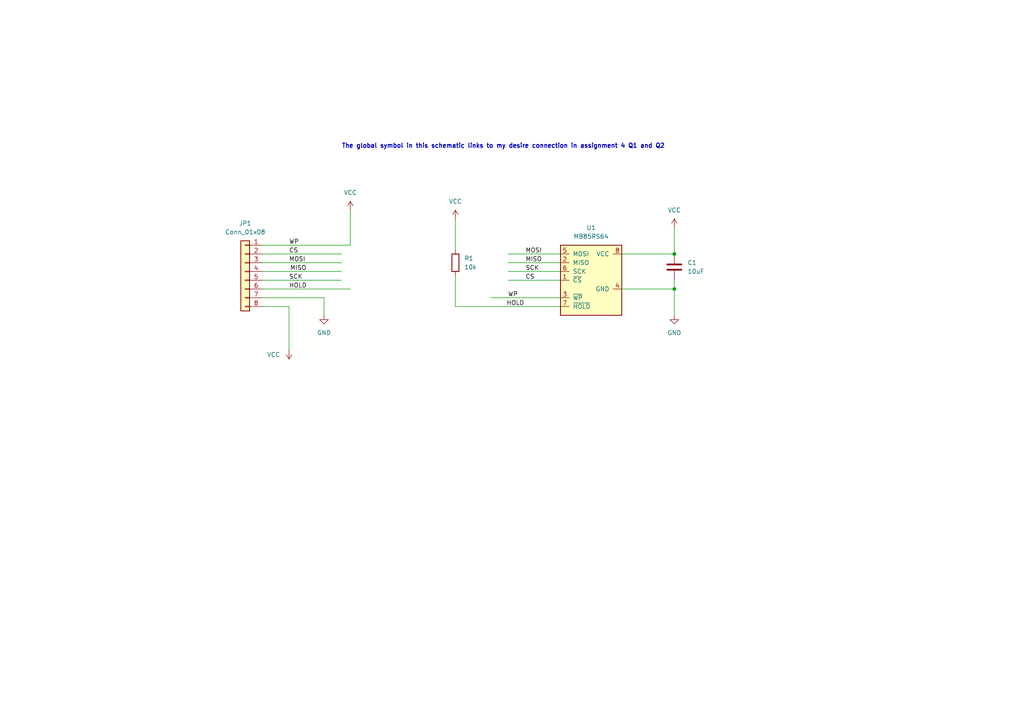
<source format=kicad_sch>
(kicad_sch (version 20211123) (generator eeschema)
  (paper "A4")
  (lib_symbols
    (symbol "Connector_Generic:Conn_01x08" (pin_names (offset 1.016) hide)
      (property "Reference" "J" (at 0 10.16 0))
      (property "Value" "Conn_01x08" (at 0 -12.7 0))
      (symbol "Conn_01x08_1_1"
        (rectangle (start -1.27 -10.033) (end 0 -10.287) (stroke (width 0.1524)))
        (rectangle (start -1.27 -7.493) (end 0 -7.747) (stroke (width 0.1524)))
        (rectangle (start -1.27 -4.953) (end 0 -5.207) (stroke (width 0.1524)))
        (rectangle (start -1.27 -2.413) (end 0 -2.667) (stroke (width 0.1524)))
        (rectangle (start -1.27 0.127) (end 0 -0.127) (stroke (width 0.1524)))
        (rectangle (start -1.27 2.667) (end 0 2.413) (stroke (width 0.1524)))
        (rectangle (start -1.27 5.207) (end 0 4.953) (stroke (width 0.1524)))
        (rectangle (start -1.27 7.747) (end 0 7.493) (stroke (width 0.1524)))
        (rectangle (start -1.27 8.89) (end 1.27 -11.43) (stroke (width 0.254)) (fill (type background)))
        (pin passive line (at -5.08 7.62 0) (length 3.81) (name "Pin_1") (number "1"))
        (pin passive line (at -5.08 5.08 0) (length 3.81) (name "Pin_2") (number "2"))
        (pin passive line (at -5.08 2.54 0) (length 3.81) (name "Pin_3") (number "3"))
        (pin passive line (at -5.08 0 0) (length 3.81) (name "Pin_4") (number "4"))
        (pin passive line (at -5.08 -2.54 0) (length 3.81) (name "Pin_5") (number "5"))
        (pin passive line (at -5.08 -5.08 0) (length 3.81) (name "Pin_6") (number "6"))
        (pin passive line (at -5.08 -7.62 0) (length 3.81) (name "Pin_7") (number "7"))
        (pin passive line (at -5.08 -10.16 0) (length 3.81) (name "Pin_8") (number "8"))
      )
    )
    (symbol "Device:C" (pin_numbers hide) (pin_names (offset 0.254))
      (property "Reference" "C" (at 0.635 2.54 0))
      (property "Value" "C" (at 0.635 -2.54 0))
      (symbol "C_0_1"
        (polyline (pts (xy -2.032 -0.762) (xy 2.032 -0.762)) (stroke (width 0.508)))
        (polyline (pts (xy -2.032 0.762) (xy 2.032 0.762)) (stroke (width 0.508)))
      )
      (symbol "C_1_1"
        (pin passive line (at 0 3.81 270) (length 2.794) (name "~") (number "1"))
        (pin passive line (at 0 -3.81 90) (length 2.794) (name "~") (number "2"))
      )
    )
    (symbol "Device:R" (pin_numbers hide) (pin_names (offset 0))
      (property "Reference" "R" (at 2.032 0 90))
      (property "Value" "R" (at 0 0 90))
      (symbol "R_0_1"
        (rectangle (start -1.016 -2.54) (end 1.016 2.54) (stroke (width 0.254)))
      )
      (symbol "R_1_1"
        (pin passive line (at 0 3.81 270) (length 1.27) (name "~") (number "1"))
        (pin passive line (at 0 -3.81 90) (length 1.27) (name "~") (number "2"))
      )
    )
    (symbol "Memory_NVRAM:MB85RS64" (pin_names (offset 1.016))
      (property "Reference" "U1" (at 2.0194 10.16 0))
      (property "Value" "MB85RS64" (at 2.0194 7.62 0))
      (symbol "MB85RS64_0_1"
        (rectangle (start -10.16 5.08) (end 7.62 -15.24) (stroke (width 0.254)) (fill (type background)))
      )
      (symbol "MB85RS64_1_1"
        (pin input line (at -10.16 -5.08 0) (length 2.54) (name "~{CS}") (number "1"))
        (pin output line (at -10.16 0 0) (length 2.54) (name "MISO") (number "2"))
        (pin input line (at -10.16 -10.16 0) (length 2.54) (name "~{WP}") (number "3"))
        (pin power_in line (at 7.62 -7.62 180) (length 2.54) (name "GND") (number "4"))
        (pin input line (at -10.16 2.54 0) (length 2.54) (name "MOSI") (number "5"))
        (pin input line (at -10.16 -2.54 0) (length 2.54) (name "SCK") (number "6"))
        (pin input line (at -10.16 -12.7 0) (length 2.54) (name "~{HOLD}") (number "7"))
        (pin power_in line (at 7.62 2.54 180) (length 2.54) (name "VCC") (number "8"))
      )
    )
    (symbol "power:GND" (power) (pin_names (offset 0))
      (property "Value" "GND" (at 0 -3.81 0))
      (symbol "GND_0_1"
        (polyline (pts (xy 0 0) (xy 0 -1.27) (xy 1.27 -1.27) (xy 0 -2.54) (xy -1.27 -1.27) (xy 0 -1.27)))
      )
      (symbol "GND_1_1"
        (pin power_in line (at 0 0 270) (length 0) hide (name "GND") (number "1"))
      )
    )
    (symbol "power:VCC" (power) (pin_names (offset 0))
      (property "Value" "VCC" (at 0 3.81 0))
      (symbol "VCC_0_1"
        (polyline (pts (xy -0.762 1.27) (xy 0 2.54)))
        (polyline (pts (xy 0 0) (xy 0 2.54)))
        (polyline (pts (xy 0 2.54) (xy 0.762 1.27)))
      )
      (symbol "VCC_1_1"
        (pin power_in line (at 0 0 90) (length 0) hide (name "VCC") (number "1"))
      )
    )
  )
  (junction (at 195.58 83.82))
  (junction (at 195.58 73.66))
  (wire (pts (xy 142.24 86.36) (xy 162.56 86.36)))
  (wire (pts (xy 195.58 66.04) (xy 195.58 73.66)))
  (wire (pts (xy 76.2 83.82) (xy 101.6 83.82)))
  (wire (pts (xy 76.2 86.36) (xy 93.98 86.36)))
  (wire (pts (xy 101.6 71.12) (xy 101.6 60.96)))
  (wire (pts (xy 147.32 81.28) (xy 162.56 81.28)))
  (wire (pts (xy 93.98 86.36) (xy 93.98 91.44)))
  (wire (pts (xy 83.82 88.9) (xy 83.82 101.6)))
  (wire (pts (xy 132.08 63.5) (xy 132.08 72.39)))
  (wire (pts (xy 76.2 76.2) (xy 99.06 76.2)))
  (wire (pts (xy 76.2 81.28) (xy 99.06 81.28)))
  (wire (pts (xy 76.2 73.66) (xy 99.06 73.66)))
  (wire (pts (xy 180.34 73.66) (xy 195.58 73.66)))
  (wire (pts (xy 180.34 83.82) (xy 195.58 83.82)))
  (wire (pts (xy 76.2 88.9) (xy 83.82 88.9)))
  (wire (pts (xy 147.32 78.74) (xy 162.56 78.74)))
  (wire (pts (xy 76.2 78.74) (xy 99.06 78.74)))
  (wire (pts (xy 76.2 71.12) (xy 101.6 71.12)))
  (wire (pts (xy 132.08 80.01) (xy 132.08 88.9)))
  (wire (pts (xy 162.56 88.9) (xy 132.08 88.9)))
  (wire (pts (xy 147.32 76.2) (xy 162.56 76.2)))
  (wire (pts (xy 147.32 73.66) (xy 162.56 73.66)))
  (wire (pts (xy 195.58 83.82) (xy 195.58 81.28)))
  (wire (pts (xy 195.58 91.44) (xy 195.58 83.82)))
  (text "The global symbol in this schematic links to my desire connection in assignment 4 Q1 and Q2" (at 99.06 43.18 0) (effects (font (size 1.27 1.27) bold) (justify left bottom)))
  (label "WP" (at 147.32 86.36 0))
  (label "HOLD" (at 83.82 83.82 0))
  (label "MOSI" (at 152.4 73.66 0))
  (label "CS" (at 152.4 81.28 0))
  (label "WP" (at 83.82 71.12 0))
  (label "MOSI" (at 83.82 76.2 0))
  (label "MISO" (at 152.4 76.2 0))
  (label "SCK" (at 83.82 81.28 0))
  (label "SCK" (at 152.4 78.74 0))
  (label "MISO" (at 84.1015 78.74 0))
  (label "CS" (at 83.82 73.66 0))
  (label "HOLD" (at 146.8909 88.9 0))
  (symbol (lib_id "power:GND") (at 93.98 91.44 0) (unit 1)
    (property "Reference" "#PWR?" (effects hide))
    (property "Value" "GND" (at 93.98 96.52 0))
  )
  (symbol (lib_id "power:VCC") (at 83.82 101.6 0) (mirror x) (unit 1)
    (property "Reference" "#PWR?" (effects hide))
    (property "Value" "VCC" (at 81.28 102.8699 0) (effects (justify right)))
  )
  (symbol (lib_id "power:GND") (at 195.58 91.44 0) (unit 1)
    (property "Reference" "#PWR?" (effects hide))
    (property "Value" "GND" (at 195.58 96.52 0))
  )
  (symbol (lib_id "Device:R") (at 132.08 76.2 0) (unit 1)
    (property "Reference" "R1" (at 134.62 74.9299 0) (effects (justify left)))
    (property "Value" "10k" (at 134.62 77.4699 0) (effects (justify left)))
  )
  (symbol (lib_id "Device:C") (at 195.58 77.47 0) (unit 1)
    (property "Reference" "C1" (at 199.39 76.1999 0) (effects (justify left)))
    (property "Value" "10uF" (at 199.39 78.7399 0) (effects (justify left)))
  )
  (symbol (lib_id "power:VCC") (at 195.58 66.04 0) (unit 1)
    (property "Reference" "#PWR?" (effects hide))
    (property "Value" "VCC" (at 195.58 60.96 0))
  )
  (symbol (lib_id "Memory_NVRAM:MB85RS64") (at 172.72 76.2 0) (unit 1)
    (property "Reference" "U1" (at 171.45 66.04 0))
    (property "Value" "MB85RS64" (at 171.45 68.58 0))
    (property "Footprint" "MB85RS64V:LGA10R50P2X3_200X200X80" (effects hide))
    (property "Datasheet" "http://www.fujitsu.com/downloads/MICRO/fme/fram/datasheet-MB85RS64.pdf" (effects hide))
  )
  (symbol (lib_id "Connector_Generic:Conn_01x08") (at 71.12 78.74 0) (mirror y) (unit 1)
    (property "Reference" "JP1" (at 71.12 64.77 0))
    (property "Value" "Conn_01x08" (at 71.12 67.31 0))
    (property "Footprint" "Connector_PinHeader_1.00mm:PinHeader_1x08_P1.00mm_Vertical" (effects hide))
  )
  (symbol (lib_id "power:VCC") (at 101.6 60.96 0) (unit 1)
    (property "Reference" "#PWR?" (effects hide))
    (property "Value" "VCC" (at 101.6 55.88 0))
  )
  (symbol (lib_id "power:VCC") (at 132.08 63.5 0) (unit 1)
    (property "Reference" "#PWR?" (effects hide))
    (property "Value" "VCC" (at 132.08 58.42 0))
  )
)
</source>
